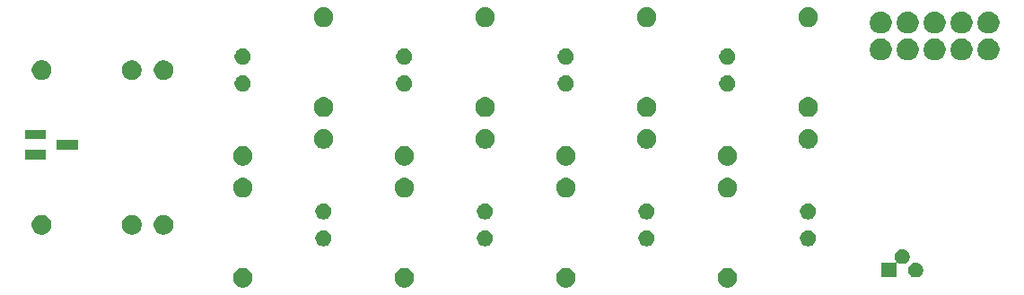
<source format=gts>
G04 #@! TF.GenerationSoftware,KiCad,Pcbnew,5.1.4-e60b266~84~ubuntu18.04.1*
G04 #@! TF.CreationDate,2019-10-20T18:50:50+01:00*
G04 #@! TF.ProjectId,triggerseq,74726967-6765-4727-9365-712e6b696361,rev?*
G04 #@! TF.SameCoordinates,Original*
G04 #@! TF.FileFunction,Soldermask,Top*
G04 #@! TF.FilePolarity,Negative*
%FSLAX46Y46*%
G04 Gerber Fmt 4.6, Leading zero omitted, Abs format (unit mm)*
G04 Created by KiCad (PCBNEW 5.1.4-e60b266~84~ubuntu18.04.1) date 2019-10-20 18:50:50*
%MOMM*%
%LPD*%
G04 APERTURE LIST*
%ADD10C,0.100000*%
G04 APERTURE END LIST*
D10*
G36*
X168939279Y-116410009D02*
G01*
X169009127Y-116438941D01*
X169107908Y-116479857D01*
X169107909Y-116479858D01*
X169259673Y-116581263D01*
X169388737Y-116710327D01*
X169388738Y-116710329D01*
X169490143Y-116862092D01*
X169559991Y-117030722D01*
X169595600Y-117209738D01*
X169595600Y-117392262D01*
X169559991Y-117571278D01*
X169490143Y-117739908D01*
X169490142Y-117739909D01*
X169388737Y-117891673D01*
X169259673Y-118020737D01*
X169183275Y-118071784D01*
X169107908Y-118122143D01*
X169009127Y-118163059D01*
X168939279Y-118191991D01*
X168760262Y-118227600D01*
X168577738Y-118227600D01*
X168398721Y-118191991D01*
X168328873Y-118163059D01*
X168230092Y-118122143D01*
X168154725Y-118071784D01*
X168078327Y-118020737D01*
X167949263Y-117891673D01*
X167847858Y-117739909D01*
X167847857Y-117739908D01*
X167778009Y-117571278D01*
X167742400Y-117392262D01*
X167742400Y-117209738D01*
X167778009Y-117030722D01*
X167847857Y-116862092D01*
X167949262Y-116710329D01*
X167949263Y-116710327D01*
X168078327Y-116581263D01*
X168230091Y-116479858D01*
X168230092Y-116479857D01*
X168328873Y-116438941D01*
X168398721Y-116410009D01*
X168577738Y-116374400D01*
X168760262Y-116374400D01*
X168939279Y-116410009D01*
X168939279Y-116410009D01*
G37*
G36*
X138459279Y-116410009D02*
G01*
X138529127Y-116438941D01*
X138627908Y-116479857D01*
X138627909Y-116479858D01*
X138779673Y-116581263D01*
X138908737Y-116710327D01*
X138908738Y-116710329D01*
X139010143Y-116862092D01*
X139079991Y-117030722D01*
X139115600Y-117209738D01*
X139115600Y-117392262D01*
X139079991Y-117571278D01*
X139010143Y-117739908D01*
X139010142Y-117739909D01*
X138908737Y-117891673D01*
X138779673Y-118020737D01*
X138703275Y-118071784D01*
X138627908Y-118122143D01*
X138529127Y-118163059D01*
X138459279Y-118191991D01*
X138280262Y-118227600D01*
X138097738Y-118227600D01*
X137918721Y-118191991D01*
X137848873Y-118163059D01*
X137750092Y-118122143D01*
X137674725Y-118071784D01*
X137598327Y-118020737D01*
X137469263Y-117891673D01*
X137367858Y-117739909D01*
X137367857Y-117739908D01*
X137298009Y-117571278D01*
X137262400Y-117392262D01*
X137262400Y-117209738D01*
X137298009Y-117030722D01*
X137367857Y-116862092D01*
X137469262Y-116710329D01*
X137469263Y-116710327D01*
X137598327Y-116581263D01*
X137750091Y-116479858D01*
X137750092Y-116479857D01*
X137848873Y-116438941D01*
X137918721Y-116410009D01*
X138097738Y-116374400D01*
X138280262Y-116374400D01*
X138459279Y-116410009D01*
X138459279Y-116410009D01*
G37*
G36*
X123219279Y-116410009D02*
G01*
X123289127Y-116438941D01*
X123387908Y-116479857D01*
X123387909Y-116479858D01*
X123539673Y-116581263D01*
X123668737Y-116710327D01*
X123668738Y-116710329D01*
X123770143Y-116862092D01*
X123839991Y-117030722D01*
X123875600Y-117209738D01*
X123875600Y-117392262D01*
X123839991Y-117571278D01*
X123770143Y-117739908D01*
X123770142Y-117739909D01*
X123668737Y-117891673D01*
X123539673Y-118020737D01*
X123463275Y-118071784D01*
X123387908Y-118122143D01*
X123289127Y-118163059D01*
X123219279Y-118191991D01*
X123040262Y-118227600D01*
X122857738Y-118227600D01*
X122678721Y-118191991D01*
X122608873Y-118163059D01*
X122510092Y-118122143D01*
X122434725Y-118071784D01*
X122358327Y-118020737D01*
X122229263Y-117891673D01*
X122127858Y-117739909D01*
X122127857Y-117739908D01*
X122058009Y-117571278D01*
X122022400Y-117392262D01*
X122022400Y-117209738D01*
X122058009Y-117030722D01*
X122127857Y-116862092D01*
X122229262Y-116710329D01*
X122229263Y-116710327D01*
X122358327Y-116581263D01*
X122510091Y-116479858D01*
X122510092Y-116479857D01*
X122608873Y-116438941D01*
X122678721Y-116410009D01*
X122857738Y-116374400D01*
X123040262Y-116374400D01*
X123219279Y-116410009D01*
X123219279Y-116410009D01*
G37*
G36*
X153699279Y-116410009D02*
G01*
X153769127Y-116438941D01*
X153867908Y-116479857D01*
X153867909Y-116479858D01*
X154019673Y-116581263D01*
X154148737Y-116710327D01*
X154148738Y-116710329D01*
X154250143Y-116862092D01*
X154319991Y-117030722D01*
X154355600Y-117209738D01*
X154355600Y-117392262D01*
X154319991Y-117571278D01*
X154250143Y-117739908D01*
X154250142Y-117739909D01*
X154148737Y-117891673D01*
X154019673Y-118020737D01*
X153943275Y-118071784D01*
X153867908Y-118122143D01*
X153769127Y-118163059D01*
X153699279Y-118191991D01*
X153520262Y-118227600D01*
X153337738Y-118227600D01*
X153158721Y-118191991D01*
X153088873Y-118163059D01*
X152990092Y-118122143D01*
X152914725Y-118071784D01*
X152838327Y-118020737D01*
X152709263Y-117891673D01*
X152607858Y-117739909D01*
X152607857Y-117739908D01*
X152538009Y-117571278D01*
X152502400Y-117392262D01*
X152502400Y-117209738D01*
X152538009Y-117030722D01*
X152607857Y-116862092D01*
X152709262Y-116710329D01*
X152709263Y-116710327D01*
X152838327Y-116581263D01*
X152990091Y-116479858D01*
X152990092Y-116479857D01*
X153088873Y-116438941D01*
X153158721Y-116410009D01*
X153337738Y-116374400D01*
X153520262Y-116374400D01*
X153699279Y-116410009D01*
X153699279Y-116410009D01*
G37*
G36*
X185370473Y-114641938D02*
G01*
X185498049Y-114694782D01*
X185612859Y-114771495D01*
X185710505Y-114869141D01*
X185787218Y-114983951D01*
X185840062Y-115111527D01*
X185867000Y-115246956D01*
X185867000Y-115385044D01*
X185840062Y-115520473D01*
X185787218Y-115648049D01*
X185710505Y-115762859D01*
X185612859Y-115860505D01*
X185498049Y-115937218D01*
X185370473Y-115990062D01*
X185235044Y-116017000D01*
X185096956Y-116017000D01*
X184961527Y-115990062D01*
X184833951Y-115937218D01*
X184791444Y-115908816D01*
X184769833Y-115897265D01*
X184746384Y-115890152D01*
X184721998Y-115887750D01*
X184697612Y-115890152D01*
X184674163Y-115897265D01*
X184652553Y-115908817D01*
X184633611Y-115924362D01*
X184618066Y-115943304D01*
X184606515Y-115964915D01*
X184599402Y-115988364D01*
X184597000Y-116012749D01*
X184597000Y-117287000D01*
X183195000Y-117287000D01*
X183195000Y-115885000D01*
X184469251Y-115885000D01*
X184493637Y-115882598D01*
X184517086Y-115875485D01*
X184538697Y-115863934D01*
X184557639Y-115848389D01*
X184573184Y-115829447D01*
X184584735Y-115807836D01*
X184591848Y-115784387D01*
X184594250Y-115760001D01*
X184591848Y-115735615D01*
X184584735Y-115712166D01*
X184573184Y-115690556D01*
X184544782Y-115648049D01*
X184491938Y-115520473D01*
X184465000Y-115385044D01*
X184465000Y-115246956D01*
X184491938Y-115111527D01*
X184544782Y-114983951D01*
X184621495Y-114869141D01*
X184719141Y-114771495D01*
X184833951Y-114694782D01*
X184961527Y-114641938D01*
X185096956Y-114615000D01*
X185235044Y-114615000D01*
X185370473Y-114641938D01*
X185370473Y-114641938D01*
G37*
G36*
X186640473Y-115911938D02*
G01*
X186768049Y-115964782D01*
X186882859Y-116041495D01*
X186980505Y-116139141D01*
X187057218Y-116253951D01*
X187110062Y-116381527D01*
X187137000Y-116516956D01*
X187137000Y-116655044D01*
X187110062Y-116790473D01*
X187057218Y-116918049D01*
X186980505Y-117032859D01*
X186882859Y-117130505D01*
X186768049Y-117207218D01*
X186640473Y-117260062D01*
X186505044Y-117287000D01*
X186366956Y-117287000D01*
X186231527Y-117260062D01*
X186103951Y-117207218D01*
X185989141Y-117130505D01*
X185891495Y-117032859D01*
X185814782Y-116918049D01*
X185761938Y-116790473D01*
X185735000Y-116655044D01*
X185735000Y-116516956D01*
X185761938Y-116381527D01*
X185814782Y-116253951D01*
X185891495Y-116139141D01*
X185989141Y-116041495D01*
X186103951Y-115964782D01*
X186231527Y-115911938D01*
X186366956Y-115885000D01*
X186505044Y-115885000D01*
X186640473Y-115911938D01*
X186640473Y-115911938D01*
G37*
G36*
X176462195Y-112828522D02*
G01*
X176511267Y-112838283D01*
X176649942Y-112895724D01*
X176774747Y-112979116D01*
X176880884Y-113085253D01*
X176964276Y-113210058D01*
X177021717Y-113348733D01*
X177051000Y-113495950D01*
X177051000Y-113646050D01*
X177021717Y-113793267D01*
X176964276Y-113931942D01*
X176880884Y-114056747D01*
X176774747Y-114162884D01*
X176649942Y-114246276D01*
X176511267Y-114303717D01*
X176462195Y-114313478D01*
X176364052Y-114333000D01*
X176213948Y-114333000D01*
X176115805Y-114313478D01*
X176066733Y-114303717D01*
X175928058Y-114246276D01*
X175803253Y-114162884D01*
X175697116Y-114056747D01*
X175613724Y-113931942D01*
X175556283Y-113793267D01*
X175527000Y-113646050D01*
X175527000Y-113495950D01*
X175556283Y-113348733D01*
X175613724Y-113210058D01*
X175697116Y-113085253D01*
X175803253Y-112979116D01*
X175928058Y-112895724D01*
X176066733Y-112838283D01*
X176115805Y-112828522D01*
X176213948Y-112809000D01*
X176364052Y-112809000D01*
X176462195Y-112828522D01*
X176462195Y-112828522D01*
G37*
G36*
X161222195Y-112828522D02*
G01*
X161271267Y-112838283D01*
X161409942Y-112895724D01*
X161534747Y-112979116D01*
X161640884Y-113085253D01*
X161724276Y-113210058D01*
X161781717Y-113348733D01*
X161811000Y-113495950D01*
X161811000Y-113646050D01*
X161781717Y-113793267D01*
X161724276Y-113931942D01*
X161640884Y-114056747D01*
X161534747Y-114162884D01*
X161409942Y-114246276D01*
X161271267Y-114303717D01*
X161222195Y-114313478D01*
X161124052Y-114333000D01*
X160973948Y-114333000D01*
X160875805Y-114313478D01*
X160826733Y-114303717D01*
X160688058Y-114246276D01*
X160563253Y-114162884D01*
X160457116Y-114056747D01*
X160373724Y-113931942D01*
X160316283Y-113793267D01*
X160287000Y-113646050D01*
X160287000Y-113495950D01*
X160316283Y-113348733D01*
X160373724Y-113210058D01*
X160457116Y-113085253D01*
X160563253Y-112979116D01*
X160688058Y-112895724D01*
X160826733Y-112838283D01*
X160875805Y-112828522D01*
X160973948Y-112809000D01*
X161124052Y-112809000D01*
X161222195Y-112828522D01*
X161222195Y-112828522D01*
G37*
G36*
X145982195Y-112828522D02*
G01*
X146031267Y-112838283D01*
X146169942Y-112895724D01*
X146294747Y-112979116D01*
X146400884Y-113085253D01*
X146484276Y-113210058D01*
X146541717Y-113348733D01*
X146571000Y-113495950D01*
X146571000Y-113646050D01*
X146541717Y-113793267D01*
X146484276Y-113931942D01*
X146400884Y-114056747D01*
X146294747Y-114162884D01*
X146169942Y-114246276D01*
X146031267Y-114303717D01*
X145982195Y-114313478D01*
X145884052Y-114333000D01*
X145733948Y-114333000D01*
X145635805Y-114313478D01*
X145586733Y-114303717D01*
X145448058Y-114246276D01*
X145323253Y-114162884D01*
X145217116Y-114056747D01*
X145133724Y-113931942D01*
X145076283Y-113793267D01*
X145047000Y-113646050D01*
X145047000Y-113495950D01*
X145076283Y-113348733D01*
X145133724Y-113210058D01*
X145217116Y-113085253D01*
X145323253Y-112979116D01*
X145448058Y-112895724D01*
X145586733Y-112838283D01*
X145635805Y-112828522D01*
X145733948Y-112809000D01*
X145884052Y-112809000D01*
X145982195Y-112828522D01*
X145982195Y-112828522D01*
G37*
G36*
X130742195Y-112828522D02*
G01*
X130791267Y-112838283D01*
X130929942Y-112895724D01*
X131054747Y-112979116D01*
X131160884Y-113085253D01*
X131244276Y-113210058D01*
X131301717Y-113348733D01*
X131331000Y-113495950D01*
X131331000Y-113646050D01*
X131301717Y-113793267D01*
X131244276Y-113931942D01*
X131160884Y-114056747D01*
X131054747Y-114162884D01*
X130929942Y-114246276D01*
X130791267Y-114303717D01*
X130742195Y-114313478D01*
X130644052Y-114333000D01*
X130493948Y-114333000D01*
X130395805Y-114313478D01*
X130346733Y-114303717D01*
X130208058Y-114246276D01*
X130083253Y-114162884D01*
X129977116Y-114056747D01*
X129893724Y-113931942D01*
X129836283Y-113793267D01*
X129807000Y-113646050D01*
X129807000Y-113495950D01*
X129836283Y-113348733D01*
X129893724Y-113210058D01*
X129977116Y-113085253D01*
X130083253Y-112979116D01*
X130208058Y-112895724D01*
X130346733Y-112838283D01*
X130395805Y-112828522D01*
X130493948Y-112809000D01*
X130644052Y-112809000D01*
X130742195Y-112828522D01*
X130742195Y-112828522D01*
G37*
G36*
X112749279Y-111410009D02*
G01*
X112819127Y-111438941D01*
X112917908Y-111479857D01*
X112917909Y-111479858D01*
X113069673Y-111581263D01*
X113198737Y-111710327D01*
X113198738Y-111710329D01*
X113300143Y-111862092D01*
X113369991Y-112030722D01*
X113405600Y-112209738D01*
X113405600Y-112392262D01*
X113369991Y-112571278D01*
X113300143Y-112739908D01*
X113300142Y-112739909D01*
X113198737Y-112891673D01*
X113069673Y-113020737D01*
X112993275Y-113071784D01*
X112917908Y-113122143D01*
X112819127Y-113163059D01*
X112749279Y-113191991D01*
X112570262Y-113227600D01*
X112387738Y-113227600D01*
X112208721Y-113191991D01*
X112138873Y-113163059D01*
X112040092Y-113122143D01*
X111964725Y-113071784D01*
X111888327Y-113020737D01*
X111759263Y-112891673D01*
X111657858Y-112739909D01*
X111657857Y-112739908D01*
X111588009Y-112571278D01*
X111552400Y-112392262D01*
X111552400Y-112209738D01*
X111588009Y-112030722D01*
X111657857Y-111862092D01*
X111759262Y-111710329D01*
X111759263Y-111710327D01*
X111888327Y-111581263D01*
X112040091Y-111479858D01*
X112040092Y-111479857D01*
X112138873Y-111438941D01*
X112208721Y-111410009D01*
X112387738Y-111374400D01*
X112570262Y-111374400D01*
X112749279Y-111410009D01*
X112749279Y-111410009D01*
G37*
G36*
X104249279Y-111410009D02*
G01*
X104319127Y-111438941D01*
X104417908Y-111479857D01*
X104417909Y-111479858D01*
X104569673Y-111581263D01*
X104698737Y-111710327D01*
X104698738Y-111710329D01*
X104800143Y-111862092D01*
X104869991Y-112030722D01*
X104905600Y-112209738D01*
X104905600Y-112392262D01*
X104869991Y-112571278D01*
X104800143Y-112739908D01*
X104800142Y-112739909D01*
X104698737Y-112891673D01*
X104569673Y-113020737D01*
X104493275Y-113071784D01*
X104417908Y-113122143D01*
X104319127Y-113163059D01*
X104249279Y-113191991D01*
X104070262Y-113227600D01*
X103887738Y-113227600D01*
X103708721Y-113191991D01*
X103638873Y-113163059D01*
X103540092Y-113122143D01*
X103464725Y-113071784D01*
X103388327Y-113020737D01*
X103259263Y-112891673D01*
X103157858Y-112739909D01*
X103157857Y-112739908D01*
X103088009Y-112571278D01*
X103052400Y-112392262D01*
X103052400Y-112209738D01*
X103088009Y-112030722D01*
X103157857Y-111862092D01*
X103259262Y-111710329D01*
X103259263Y-111710327D01*
X103388327Y-111581263D01*
X103540091Y-111479858D01*
X103540092Y-111479857D01*
X103638873Y-111438941D01*
X103708721Y-111410009D01*
X103887738Y-111374400D01*
X104070262Y-111374400D01*
X104249279Y-111410009D01*
X104249279Y-111410009D01*
G37*
G36*
X115749279Y-111410009D02*
G01*
X115819127Y-111438941D01*
X115917908Y-111479857D01*
X115917909Y-111479858D01*
X116069673Y-111581263D01*
X116198737Y-111710327D01*
X116198738Y-111710329D01*
X116300143Y-111862092D01*
X116369991Y-112030722D01*
X116405600Y-112209738D01*
X116405600Y-112392262D01*
X116369991Y-112571278D01*
X116300143Y-112739908D01*
X116300142Y-112739909D01*
X116198737Y-112891673D01*
X116069673Y-113020737D01*
X115993275Y-113071784D01*
X115917908Y-113122143D01*
X115819127Y-113163059D01*
X115749279Y-113191991D01*
X115570262Y-113227600D01*
X115387738Y-113227600D01*
X115208721Y-113191991D01*
X115138873Y-113163059D01*
X115040092Y-113122143D01*
X114964725Y-113071784D01*
X114888327Y-113020737D01*
X114759263Y-112891673D01*
X114657858Y-112739909D01*
X114657857Y-112739908D01*
X114588009Y-112571278D01*
X114552400Y-112392262D01*
X114552400Y-112209738D01*
X114588009Y-112030722D01*
X114657857Y-111862092D01*
X114759262Y-111710329D01*
X114759263Y-111710327D01*
X114888327Y-111581263D01*
X115040091Y-111479858D01*
X115040092Y-111479857D01*
X115138873Y-111438941D01*
X115208721Y-111410009D01*
X115387738Y-111374400D01*
X115570262Y-111374400D01*
X115749279Y-111410009D01*
X115749279Y-111410009D01*
G37*
G36*
X145982195Y-110288522D02*
G01*
X146031267Y-110298283D01*
X146169942Y-110355724D01*
X146294747Y-110439116D01*
X146400884Y-110545253D01*
X146484276Y-110670058D01*
X146541717Y-110808733D01*
X146571000Y-110955950D01*
X146571000Y-111106050D01*
X146541717Y-111253267D01*
X146484276Y-111391942D01*
X146400884Y-111516747D01*
X146294747Y-111622884D01*
X146169942Y-111706276D01*
X146031267Y-111763717D01*
X145982195Y-111773478D01*
X145884052Y-111793000D01*
X145733948Y-111793000D01*
X145635805Y-111773478D01*
X145586733Y-111763717D01*
X145448058Y-111706276D01*
X145323253Y-111622884D01*
X145217116Y-111516747D01*
X145133724Y-111391942D01*
X145076283Y-111253267D01*
X145047000Y-111106050D01*
X145047000Y-110955950D01*
X145076283Y-110808733D01*
X145133724Y-110670058D01*
X145217116Y-110545253D01*
X145323253Y-110439116D01*
X145448058Y-110355724D01*
X145586733Y-110298283D01*
X145635805Y-110288522D01*
X145733948Y-110269000D01*
X145884052Y-110269000D01*
X145982195Y-110288522D01*
X145982195Y-110288522D01*
G37*
G36*
X130742195Y-110288522D02*
G01*
X130791267Y-110298283D01*
X130929942Y-110355724D01*
X131054747Y-110439116D01*
X131160884Y-110545253D01*
X131244276Y-110670058D01*
X131301717Y-110808733D01*
X131331000Y-110955950D01*
X131331000Y-111106050D01*
X131301717Y-111253267D01*
X131244276Y-111391942D01*
X131160884Y-111516747D01*
X131054747Y-111622884D01*
X130929942Y-111706276D01*
X130791267Y-111763717D01*
X130742195Y-111773478D01*
X130644052Y-111793000D01*
X130493948Y-111793000D01*
X130395805Y-111773478D01*
X130346733Y-111763717D01*
X130208058Y-111706276D01*
X130083253Y-111622884D01*
X129977116Y-111516747D01*
X129893724Y-111391942D01*
X129836283Y-111253267D01*
X129807000Y-111106050D01*
X129807000Y-110955950D01*
X129836283Y-110808733D01*
X129893724Y-110670058D01*
X129977116Y-110545253D01*
X130083253Y-110439116D01*
X130208058Y-110355724D01*
X130346733Y-110298283D01*
X130395805Y-110288522D01*
X130493948Y-110269000D01*
X130644052Y-110269000D01*
X130742195Y-110288522D01*
X130742195Y-110288522D01*
G37*
G36*
X176462195Y-110288522D02*
G01*
X176511267Y-110298283D01*
X176649942Y-110355724D01*
X176774747Y-110439116D01*
X176880884Y-110545253D01*
X176964276Y-110670058D01*
X177021717Y-110808733D01*
X177051000Y-110955950D01*
X177051000Y-111106050D01*
X177021717Y-111253267D01*
X176964276Y-111391942D01*
X176880884Y-111516747D01*
X176774747Y-111622884D01*
X176649942Y-111706276D01*
X176511267Y-111763717D01*
X176462195Y-111773478D01*
X176364052Y-111793000D01*
X176213948Y-111793000D01*
X176115805Y-111773478D01*
X176066733Y-111763717D01*
X175928058Y-111706276D01*
X175803253Y-111622884D01*
X175697116Y-111516747D01*
X175613724Y-111391942D01*
X175556283Y-111253267D01*
X175527000Y-111106050D01*
X175527000Y-110955950D01*
X175556283Y-110808733D01*
X175613724Y-110670058D01*
X175697116Y-110545253D01*
X175803253Y-110439116D01*
X175928058Y-110355724D01*
X176066733Y-110298283D01*
X176115805Y-110288522D01*
X176213948Y-110269000D01*
X176364052Y-110269000D01*
X176462195Y-110288522D01*
X176462195Y-110288522D01*
G37*
G36*
X161222195Y-110288522D02*
G01*
X161271267Y-110298283D01*
X161409942Y-110355724D01*
X161534747Y-110439116D01*
X161640884Y-110545253D01*
X161724276Y-110670058D01*
X161781717Y-110808733D01*
X161811000Y-110955950D01*
X161811000Y-111106050D01*
X161781717Y-111253267D01*
X161724276Y-111391942D01*
X161640884Y-111516747D01*
X161534747Y-111622884D01*
X161409942Y-111706276D01*
X161271267Y-111763717D01*
X161222195Y-111773478D01*
X161124052Y-111793000D01*
X160973948Y-111793000D01*
X160875805Y-111773478D01*
X160826733Y-111763717D01*
X160688058Y-111706276D01*
X160563253Y-111622884D01*
X160457116Y-111516747D01*
X160373724Y-111391942D01*
X160316283Y-111253267D01*
X160287000Y-111106050D01*
X160287000Y-110955950D01*
X160316283Y-110808733D01*
X160373724Y-110670058D01*
X160457116Y-110545253D01*
X160563253Y-110439116D01*
X160688058Y-110355724D01*
X160826733Y-110298283D01*
X160875805Y-110288522D01*
X160973948Y-110269000D01*
X161124052Y-110269000D01*
X161222195Y-110288522D01*
X161222195Y-110288522D01*
G37*
G36*
X138459279Y-107910009D02*
G01*
X138529127Y-107938941D01*
X138627908Y-107979857D01*
X138627909Y-107979858D01*
X138779673Y-108081263D01*
X138908737Y-108210327D01*
X138908738Y-108210329D01*
X139010143Y-108362092D01*
X139079991Y-108530722D01*
X139115600Y-108709738D01*
X139115600Y-108892262D01*
X139079991Y-109071278D01*
X139010143Y-109239908D01*
X139010142Y-109239909D01*
X138908737Y-109391673D01*
X138779673Y-109520737D01*
X138703275Y-109571784D01*
X138627908Y-109622143D01*
X138529127Y-109663059D01*
X138459279Y-109691991D01*
X138280262Y-109727600D01*
X138097738Y-109727600D01*
X137918721Y-109691991D01*
X137848873Y-109663059D01*
X137750092Y-109622143D01*
X137674725Y-109571784D01*
X137598327Y-109520737D01*
X137469263Y-109391673D01*
X137367858Y-109239909D01*
X137367857Y-109239908D01*
X137298009Y-109071278D01*
X137262400Y-108892262D01*
X137262400Y-108709738D01*
X137298009Y-108530722D01*
X137367857Y-108362092D01*
X137469262Y-108210329D01*
X137469263Y-108210327D01*
X137598327Y-108081263D01*
X137750091Y-107979858D01*
X137750092Y-107979857D01*
X137848873Y-107938941D01*
X137918721Y-107910009D01*
X138097738Y-107874400D01*
X138280262Y-107874400D01*
X138459279Y-107910009D01*
X138459279Y-107910009D01*
G37*
G36*
X168939279Y-107910009D02*
G01*
X169009127Y-107938941D01*
X169107908Y-107979857D01*
X169107909Y-107979858D01*
X169259673Y-108081263D01*
X169388737Y-108210327D01*
X169388738Y-108210329D01*
X169490143Y-108362092D01*
X169559991Y-108530722D01*
X169595600Y-108709738D01*
X169595600Y-108892262D01*
X169559991Y-109071278D01*
X169490143Y-109239908D01*
X169490142Y-109239909D01*
X169388737Y-109391673D01*
X169259673Y-109520737D01*
X169183275Y-109571784D01*
X169107908Y-109622143D01*
X169009127Y-109663059D01*
X168939279Y-109691991D01*
X168760262Y-109727600D01*
X168577738Y-109727600D01*
X168398721Y-109691991D01*
X168328873Y-109663059D01*
X168230092Y-109622143D01*
X168154725Y-109571784D01*
X168078327Y-109520737D01*
X167949263Y-109391673D01*
X167847858Y-109239909D01*
X167847857Y-109239908D01*
X167778009Y-109071278D01*
X167742400Y-108892262D01*
X167742400Y-108709738D01*
X167778009Y-108530722D01*
X167847857Y-108362092D01*
X167949262Y-108210329D01*
X167949263Y-108210327D01*
X168078327Y-108081263D01*
X168230091Y-107979858D01*
X168230092Y-107979857D01*
X168328873Y-107938941D01*
X168398721Y-107910009D01*
X168577738Y-107874400D01*
X168760262Y-107874400D01*
X168939279Y-107910009D01*
X168939279Y-107910009D01*
G37*
G36*
X153699279Y-107910009D02*
G01*
X153769127Y-107938941D01*
X153867908Y-107979857D01*
X153867909Y-107979858D01*
X154019673Y-108081263D01*
X154148737Y-108210327D01*
X154148738Y-108210329D01*
X154250143Y-108362092D01*
X154319991Y-108530722D01*
X154355600Y-108709738D01*
X154355600Y-108892262D01*
X154319991Y-109071278D01*
X154250143Y-109239908D01*
X154250142Y-109239909D01*
X154148737Y-109391673D01*
X154019673Y-109520737D01*
X153943275Y-109571784D01*
X153867908Y-109622143D01*
X153769127Y-109663059D01*
X153699279Y-109691991D01*
X153520262Y-109727600D01*
X153337738Y-109727600D01*
X153158721Y-109691991D01*
X153088873Y-109663059D01*
X152990092Y-109622143D01*
X152914725Y-109571784D01*
X152838327Y-109520737D01*
X152709263Y-109391673D01*
X152607858Y-109239909D01*
X152607857Y-109239908D01*
X152538009Y-109071278D01*
X152502400Y-108892262D01*
X152502400Y-108709738D01*
X152538009Y-108530722D01*
X152607857Y-108362092D01*
X152709262Y-108210329D01*
X152709263Y-108210327D01*
X152838327Y-108081263D01*
X152990091Y-107979858D01*
X152990092Y-107979857D01*
X153088873Y-107938941D01*
X153158721Y-107910009D01*
X153337738Y-107874400D01*
X153520262Y-107874400D01*
X153699279Y-107910009D01*
X153699279Y-107910009D01*
G37*
G36*
X123219279Y-107910009D02*
G01*
X123289127Y-107938941D01*
X123387908Y-107979857D01*
X123387909Y-107979858D01*
X123539673Y-108081263D01*
X123668737Y-108210327D01*
X123668738Y-108210329D01*
X123770143Y-108362092D01*
X123839991Y-108530722D01*
X123875600Y-108709738D01*
X123875600Y-108892262D01*
X123839991Y-109071278D01*
X123770143Y-109239908D01*
X123770142Y-109239909D01*
X123668737Y-109391673D01*
X123539673Y-109520737D01*
X123463275Y-109571784D01*
X123387908Y-109622143D01*
X123289127Y-109663059D01*
X123219279Y-109691991D01*
X123040262Y-109727600D01*
X122857738Y-109727600D01*
X122678721Y-109691991D01*
X122608873Y-109663059D01*
X122510092Y-109622143D01*
X122434725Y-109571784D01*
X122358327Y-109520737D01*
X122229263Y-109391673D01*
X122127858Y-109239909D01*
X122127857Y-109239908D01*
X122058009Y-109071278D01*
X122022400Y-108892262D01*
X122022400Y-108709738D01*
X122058009Y-108530722D01*
X122127857Y-108362092D01*
X122229262Y-108210329D01*
X122229263Y-108210327D01*
X122358327Y-108081263D01*
X122510091Y-107979858D01*
X122510092Y-107979857D01*
X122608873Y-107938941D01*
X122678721Y-107910009D01*
X122857738Y-107874400D01*
X123040262Y-107874400D01*
X123219279Y-107910009D01*
X123219279Y-107910009D01*
G37*
G36*
X138459279Y-104910009D02*
G01*
X138473351Y-104915838D01*
X138627908Y-104979857D01*
X138627909Y-104979858D01*
X138779673Y-105081263D01*
X138908737Y-105210327D01*
X138908738Y-105210329D01*
X139010143Y-105362092D01*
X139079991Y-105530722D01*
X139115600Y-105709738D01*
X139115600Y-105892262D01*
X139079991Y-106071278D01*
X139010143Y-106239908D01*
X139010142Y-106239909D01*
X138908737Y-106391673D01*
X138779673Y-106520737D01*
X138703275Y-106571784D01*
X138627908Y-106622143D01*
X138529127Y-106663059D01*
X138459279Y-106691991D01*
X138280262Y-106727600D01*
X138097738Y-106727600D01*
X137918721Y-106691991D01*
X137848873Y-106663059D01*
X137750092Y-106622143D01*
X137674725Y-106571784D01*
X137598327Y-106520737D01*
X137469263Y-106391673D01*
X137367858Y-106239909D01*
X137367857Y-106239908D01*
X137298009Y-106071278D01*
X137262400Y-105892262D01*
X137262400Y-105709738D01*
X137298009Y-105530722D01*
X137367857Y-105362092D01*
X137469262Y-105210329D01*
X137469263Y-105210327D01*
X137598327Y-105081263D01*
X137750091Y-104979858D01*
X137750092Y-104979857D01*
X137904649Y-104915838D01*
X137918721Y-104910009D01*
X138097738Y-104874400D01*
X138280262Y-104874400D01*
X138459279Y-104910009D01*
X138459279Y-104910009D01*
G37*
G36*
X168939279Y-104910009D02*
G01*
X168953351Y-104915838D01*
X169107908Y-104979857D01*
X169107909Y-104979858D01*
X169259673Y-105081263D01*
X169388737Y-105210327D01*
X169388738Y-105210329D01*
X169490143Y-105362092D01*
X169559991Y-105530722D01*
X169595600Y-105709738D01*
X169595600Y-105892262D01*
X169559991Y-106071278D01*
X169490143Y-106239908D01*
X169490142Y-106239909D01*
X169388737Y-106391673D01*
X169259673Y-106520737D01*
X169183275Y-106571784D01*
X169107908Y-106622143D01*
X169009127Y-106663059D01*
X168939279Y-106691991D01*
X168760262Y-106727600D01*
X168577738Y-106727600D01*
X168398721Y-106691991D01*
X168328873Y-106663059D01*
X168230092Y-106622143D01*
X168154725Y-106571784D01*
X168078327Y-106520737D01*
X167949263Y-106391673D01*
X167847858Y-106239909D01*
X167847857Y-106239908D01*
X167778009Y-106071278D01*
X167742400Y-105892262D01*
X167742400Y-105709738D01*
X167778009Y-105530722D01*
X167847857Y-105362092D01*
X167949262Y-105210329D01*
X167949263Y-105210327D01*
X168078327Y-105081263D01*
X168230091Y-104979858D01*
X168230092Y-104979857D01*
X168384649Y-104915838D01*
X168398721Y-104910009D01*
X168577738Y-104874400D01*
X168760262Y-104874400D01*
X168939279Y-104910009D01*
X168939279Y-104910009D01*
G37*
G36*
X123219279Y-104910009D02*
G01*
X123233351Y-104915838D01*
X123387908Y-104979857D01*
X123387909Y-104979858D01*
X123539673Y-105081263D01*
X123668737Y-105210327D01*
X123668738Y-105210329D01*
X123770143Y-105362092D01*
X123839991Y-105530722D01*
X123875600Y-105709738D01*
X123875600Y-105892262D01*
X123839991Y-106071278D01*
X123770143Y-106239908D01*
X123770142Y-106239909D01*
X123668737Y-106391673D01*
X123539673Y-106520737D01*
X123463275Y-106571784D01*
X123387908Y-106622143D01*
X123289127Y-106663059D01*
X123219279Y-106691991D01*
X123040262Y-106727600D01*
X122857738Y-106727600D01*
X122678721Y-106691991D01*
X122608873Y-106663059D01*
X122510092Y-106622143D01*
X122434725Y-106571784D01*
X122358327Y-106520737D01*
X122229263Y-106391673D01*
X122127858Y-106239909D01*
X122127857Y-106239908D01*
X122058009Y-106071278D01*
X122022400Y-105892262D01*
X122022400Y-105709738D01*
X122058009Y-105530722D01*
X122127857Y-105362092D01*
X122229262Y-105210329D01*
X122229263Y-105210327D01*
X122358327Y-105081263D01*
X122510091Y-104979858D01*
X122510092Y-104979857D01*
X122664649Y-104915838D01*
X122678721Y-104910009D01*
X122857738Y-104874400D01*
X123040262Y-104874400D01*
X123219279Y-104910009D01*
X123219279Y-104910009D01*
G37*
G36*
X153699279Y-104910009D02*
G01*
X153713351Y-104915838D01*
X153867908Y-104979857D01*
X153867909Y-104979858D01*
X154019673Y-105081263D01*
X154148737Y-105210327D01*
X154148738Y-105210329D01*
X154250143Y-105362092D01*
X154319991Y-105530722D01*
X154355600Y-105709738D01*
X154355600Y-105892262D01*
X154319991Y-106071278D01*
X154250143Y-106239908D01*
X154250142Y-106239909D01*
X154148737Y-106391673D01*
X154019673Y-106520737D01*
X153943275Y-106571784D01*
X153867908Y-106622143D01*
X153769127Y-106663059D01*
X153699279Y-106691991D01*
X153520262Y-106727600D01*
X153337738Y-106727600D01*
X153158721Y-106691991D01*
X153088873Y-106663059D01*
X152990092Y-106622143D01*
X152914725Y-106571784D01*
X152838327Y-106520737D01*
X152709263Y-106391673D01*
X152607858Y-106239909D01*
X152607857Y-106239908D01*
X152538009Y-106071278D01*
X152502400Y-105892262D01*
X152502400Y-105709738D01*
X152538009Y-105530722D01*
X152607857Y-105362092D01*
X152709262Y-105210329D01*
X152709263Y-105210327D01*
X152838327Y-105081263D01*
X152990091Y-104979858D01*
X152990092Y-104979857D01*
X153144649Y-104915838D01*
X153158721Y-104910009D01*
X153337738Y-104874400D01*
X153520262Y-104874400D01*
X153699279Y-104910009D01*
X153699279Y-104910009D01*
G37*
G36*
X104401000Y-106151000D02*
G01*
X102399000Y-106151000D01*
X102399000Y-105249000D01*
X104401000Y-105249000D01*
X104401000Y-106151000D01*
X104401000Y-106151000D01*
G37*
G36*
X107401000Y-105201000D02*
G01*
X105399000Y-105201000D01*
X105399000Y-104299000D01*
X107401000Y-104299000D01*
X107401000Y-105201000D01*
X107401000Y-105201000D01*
G37*
G36*
X161319279Y-103305109D02*
G01*
X161389127Y-103334041D01*
X161487908Y-103374957D01*
X161487909Y-103374958D01*
X161639673Y-103476363D01*
X161768737Y-103605427D01*
X161768738Y-103605429D01*
X161870143Y-103757192D01*
X161939991Y-103925822D01*
X161975600Y-104104838D01*
X161975600Y-104287362D01*
X161939991Y-104466378D01*
X161870143Y-104635008D01*
X161870142Y-104635009D01*
X161768737Y-104786773D01*
X161639673Y-104915837D01*
X161563275Y-104966884D01*
X161487908Y-105017243D01*
X161389127Y-105058159D01*
X161319279Y-105087091D01*
X161140262Y-105122700D01*
X160957738Y-105122700D01*
X160778721Y-105087091D01*
X160708873Y-105058159D01*
X160610092Y-105017243D01*
X160534725Y-104966884D01*
X160458327Y-104915837D01*
X160329263Y-104786773D01*
X160227858Y-104635009D01*
X160227857Y-104635008D01*
X160158009Y-104466378D01*
X160122400Y-104287362D01*
X160122400Y-104104838D01*
X160158009Y-103925822D01*
X160227857Y-103757192D01*
X160329262Y-103605429D01*
X160329263Y-103605427D01*
X160458327Y-103476363D01*
X160610091Y-103374958D01*
X160610092Y-103374957D01*
X160708873Y-103334041D01*
X160778721Y-103305109D01*
X160957738Y-103269500D01*
X161140262Y-103269500D01*
X161319279Y-103305109D01*
X161319279Y-103305109D01*
G37*
G36*
X130839279Y-103305109D02*
G01*
X130909127Y-103334041D01*
X131007908Y-103374957D01*
X131007909Y-103374958D01*
X131159673Y-103476363D01*
X131288737Y-103605427D01*
X131288738Y-103605429D01*
X131390143Y-103757192D01*
X131459991Y-103925822D01*
X131495600Y-104104838D01*
X131495600Y-104287362D01*
X131459991Y-104466378D01*
X131390143Y-104635008D01*
X131390142Y-104635009D01*
X131288737Y-104786773D01*
X131159673Y-104915837D01*
X131083275Y-104966884D01*
X131007908Y-105017243D01*
X130909127Y-105058159D01*
X130839279Y-105087091D01*
X130660262Y-105122700D01*
X130477738Y-105122700D01*
X130298721Y-105087091D01*
X130228873Y-105058159D01*
X130130092Y-105017243D01*
X130054725Y-104966884D01*
X129978327Y-104915837D01*
X129849263Y-104786773D01*
X129747858Y-104635009D01*
X129747857Y-104635008D01*
X129678009Y-104466378D01*
X129642400Y-104287362D01*
X129642400Y-104104838D01*
X129678009Y-103925822D01*
X129747857Y-103757192D01*
X129849262Y-103605429D01*
X129849263Y-103605427D01*
X129978327Y-103476363D01*
X130130091Y-103374958D01*
X130130092Y-103374957D01*
X130228873Y-103334041D01*
X130298721Y-103305109D01*
X130477738Y-103269500D01*
X130660262Y-103269500D01*
X130839279Y-103305109D01*
X130839279Y-103305109D01*
G37*
G36*
X146079279Y-103305109D02*
G01*
X146149127Y-103334041D01*
X146247908Y-103374957D01*
X146247909Y-103374958D01*
X146399673Y-103476363D01*
X146528737Y-103605427D01*
X146528738Y-103605429D01*
X146630143Y-103757192D01*
X146699991Y-103925822D01*
X146735600Y-104104838D01*
X146735600Y-104287362D01*
X146699991Y-104466378D01*
X146630143Y-104635008D01*
X146630142Y-104635009D01*
X146528737Y-104786773D01*
X146399673Y-104915837D01*
X146323275Y-104966884D01*
X146247908Y-105017243D01*
X146149127Y-105058159D01*
X146079279Y-105087091D01*
X145900262Y-105122700D01*
X145717738Y-105122700D01*
X145538721Y-105087091D01*
X145468873Y-105058159D01*
X145370092Y-105017243D01*
X145294725Y-104966884D01*
X145218327Y-104915837D01*
X145089263Y-104786773D01*
X144987858Y-104635009D01*
X144987857Y-104635008D01*
X144918009Y-104466378D01*
X144882400Y-104287362D01*
X144882400Y-104104838D01*
X144918009Y-103925822D01*
X144987857Y-103757192D01*
X145089262Y-103605429D01*
X145089263Y-103605427D01*
X145218327Y-103476363D01*
X145370091Y-103374958D01*
X145370092Y-103374957D01*
X145468873Y-103334041D01*
X145538721Y-103305109D01*
X145717738Y-103269500D01*
X145900262Y-103269500D01*
X146079279Y-103305109D01*
X146079279Y-103305109D01*
G37*
G36*
X176559279Y-103305109D02*
G01*
X176629127Y-103334041D01*
X176727908Y-103374957D01*
X176727909Y-103374958D01*
X176879673Y-103476363D01*
X177008737Y-103605427D01*
X177008738Y-103605429D01*
X177110143Y-103757192D01*
X177179991Y-103925822D01*
X177215600Y-104104838D01*
X177215600Y-104287362D01*
X177179991Y-104466378D01*
X177110143Y-104635008D01*
X177110142Y-104635009D01*
X177008737Y-104786773D01*
X176879673Y-104915837D01*
X176803275Y-104966884D01*
X176727908Y-105017243D01*
X176629127Y-105058159D01*
X176559279Y-105087091D01*
X176380262Y-105122700D01*
X176197738Y-105122700D01*
X176018721Y-105087091D01*
X175948873Y-105058159D01*
X175850092Y-105017243D01*
X175774725Y-104966884D01*
X175698327Y-104915837D01*
X175569263Y-104786773D01*
X175467858Y-104635009D01*
X175467857Y-104635008D01*
X175398009Y-104466378D01*
X175362400Y-104287362D01*
X175362400Y-104104838D01*
X175398009Y-103925822D01*
X175467857Y-103757192D01*
X175569262Y-103605429D01*
X175569263Y-103605427D01*
X175698327Y-103476363D01*
X175850091Y-103374958D01*
X175850092Y-103374957D01*
X175948873Y-103334041D01*
X176018721Y-103305109D01*
X176197738Y-103269500D01*
X176380262Y-103269500D01*
X176559279Y-103305109D01*
X176559279Y-103305109D01*
G37*
G36*
X104401000Y-104251000D02*
G01*
X102399000Y-104251000D01*
X102399000Y-103349000D01*
X104401000Y-103349000D01*
X104401000Y-104251000D01*
X104401000Y-104251000D01*
G37*
G36*
X130839279Y-100305109D02*
G01*
X130909127Y-100334041D01*
X131007908Y-100374957D01*
X131007909Y-100374958D01*
X131159673Y-100476363D01*
X131288737Y-100605427D01*
X131288738Y-100605429D01*
X131390143Y-100757192D01*
X131459991Y-100925822D01*
X131495600Y-101104838D01*
X131495600Y-101287362D01*
X131459991Y-101466378D01*
X131390143Y-101635008D01*
X131390142Y-101635009D01*
X131288737Y-101786773D01*
X131159673Y-101915837D01*
X131083275Y-101966884D01*
X131007908Y-102017243D01*
X130909127Y-102058159D01*
X130839279Y-102087091D01*
X130660262Y-102122700D01*
X130477738Y-102122700D01*
X130298721Y-102087091D01*
X130228873Y-102058159D01*
X130130092Y-102017243D01*
X130054725Y-101966884D01*
X129978327Y-101915837D01*
X129849263Y-101786773D01*
X129747858Y-101635009D01*
X129747857Y-101635008D01*
X129678009Y-101466378D01*
X129642400Y-101287362D01*
X129642400Y-101104838D01*
X129678009Y-100925822D01*
X129747857Y-100757192D01*
X129849262Y-100605429D01*
X129849263Y-100605427D01*
X129978327Y-100476363D01*
X130130091Y-100374958D01*
X130130092Y-100374957D01*
X130228873Y-100334041D01*
X130298721Y-100305109D01*
X130477738Y-100269500D01*
X130660262Y-100269500D01*
X130839279Y-100305109D01*
X130839279Y-100305109D01*
G37*
G36*
X146079279Y-100305109D02*
G01*
X146149127Y-100334041D01*
X146247908Y-100374957D01*
X146247909Y-100374958D01*
X146399673Y-100476363D01*
X146528737Y-100605427D01*
X146528738Y-100605429D01*
X146630143Y-100757192D01*
X146699991Y-100925822D01*
X146735600Y-101104838D01*
X146735600Y-101287362D01*
X146699991Y-101466378D01*
X146630143Y-101635008D01*
X146630142Y-101635009D01*
X146528737Y-101786773D01*
X146399673Y-101915837D01*
X146323275Y-101966884D01*
X146247908Y-102017243D01*
X146149127Y-102058159D01*
X146079279Y-102087091D01*
X145900262Y-102122700D01*
X145717738Y-102122700D01*
X145538721Y-102087091D01*
X145468873Y-102058159D01*
X145370092Y-102017243D01*
X145294725Y-101966884D01*
X145218327Y-101915837D01*
X145089263Y-101786773D01*
X144987858Y-101635009D01*
X144987857Y-101635008D01*
X144918009Y-101466378D01*
X144882400Y-101287362D01*
X144882400Y-101104838D01*
X144918009Y-100925822D01*
X144987857Y-100757192D01*
X145089262Y-100605429D01*
X145089263Y-100605427D01*
X145218327Y-100476363D01*
X145370091Y-100374958D01*
X145370092Y-100374957D01*
X145468873Y-100334041D01*
X145538721Y-100305109D01*
X145717738Y-100269500D01*
X145900262Y-100269500D01*
X146079279Y-100305109D01*
X146079279Y-100305109D01*
G37*
G36*
X161319279Y-100305109D02*
G01*
X161389127Y-100334041D01*
X161487908Y-100374957D01*
X161487909Y-100374958D01*
X161639673Y-100476363D01*
X161768737Y-100605427D01*
X161768738Y-100605429D01*
X161870143Y-100757192D01*
X161939991Y-100925822D01*
X161975600Y-101104838D01*
X161975600Y-101287362D01*
X161939991Y-101466378D01*
X161870143Y-101635008D01*
X161870142Y-101635009D01*
X161768737Y-101786773D01*
X161639673Y-101915837D01*
X161563275Y-101966884D01*
X161487908Y-102017243D01*
X161389127Y-102058159D01*
X161319279Y-102087091D01*
X161140262Y-102122700D01*
X160957738Y-102122700D01*
X160778721Y-102087091D01*
X160708873Y-102058159D01*
X160610092Y-102017243D01*
X160534725Y-101966884D01*
X160458327Y-101915837D01*
X160329263Y-101786773D01*
X160227858Y-101635009D01*
X160227857Y-101635008D01*
X160158009Y-101466378D01*
X160122400Y-101287362D01*
X160122400Y-101104838D01*
X160158009Y-100925822D01*
X160227857Y-100757192D01*
X160329262Y-100605429D01*
X160329263Y-100605427D01*
X160458327Y-100476363D01*
X160610091Y-100374958D01*
X160610092Y-100374957D01*
X160708873Y-100334041D01*
X160778721Y-100305109D01*
X160957738Y-100269500D01*
X161140262Y-100269500D01*
X161319279Y-100305109D01*
X161319279Y-100305109D01*
G37*
G36*
X176559279Y-100305109D02*
G01*
X176629127Y-100334041D01*
X176727908Y-100374957D01*
X176727909Y-100374958D01*
X176879673Y-100476363D01*
X177008737Y-100605427D01*
X177008738Y-100605429D01*
X177110143Y-100757192D01*
X177179991Y-100925822D01*
X177215600Y-101104838D01*
X177215600Y-101287362D01*
X177179991Y-101466378D01*
X177110143Y-101635008D01*
X177110142Y-101635009D01*
X177008737Y-101786773D01*
X176879673Y-101915837D01*
X176803275Y-101966884D01*
X176727908Y-102017243D01*
X176629127Y-102058159D01*
X176559279Y-102087091D01*
X176380262Y-102122700D01*
X176197738Y-102122700D01*
X176018721Y-102087091D01*
X175948873Y-102058159D01*
X175850092Y-102017243D01*
X175774725Y-101966884D01*
X175698327Y-101915837D01*
X175569263Y-101786773D01*
X175467858Y-101635009D01*
X175467857Y-101635008D01*
X175398009Y-101466378D01*
X175362400Y-101287362D01*
X175362400Y-101104838D01*
X175398009Y-100925822D01*
X175467857Y-100757192D01*
X175569262Y-100605429D01*
X175569263Y-100605427D01*
X175698327Y-100476363D01*
X175850091Y-100374958D01*
X175850092Y-100374957D01*
X175948873Y-100334041D01*
X176018721Y-100305109D01*
X176197738Y-100269500D01*
X176380262Y-100269500D01*
X176559279Y-100305109D01*
X176559279Y-100305109D01*
G37*
G36*
X138362195Y-98223622D02*
G01*
X138411267Y-98233383D01*
X138549942Y-98290824D01*
X138674747Y-98374216D01*
X138780884Y-98480353D01*
X138864276Y-98605158D01*
X138921717Y-98743833D01*
X138951000Y-98891050D01*
X138951000Y-99041150D01*
X138921717Y-99188367D01*
X138864276Y-99327042D01*
X138780884Y-99451847D01*
X138674747Y-99557984D01*
X138549942Y-99641376D01*
X138411267Y-99698817D01*
X138362195Y-99708578D01*
X138264052Y-99728100D01*
X138113948Y-99728100D01*
X138015805Y-99708578D01*
X137966733Y-99698817D01*
X137828058Y-99641376D01*
X137703253Y-99557984D01*
X137597116Y-99451847D01*
X137513724Y-99327042D01*
X137456283Y-99188367D01*
X137427000Y-99041150D01*
X137427000Y-98891050D01*
X137456283Y-98743833D01*
X137513724Y-98605158D01*
X137597116Y-98480353D01*
X137703253Y-98374216D01*
X137828058Y-98290824D01*
X137966733Y-98233383D01*
X138015805Y-98223622D01*
X138113948Y-98204100D01*
X138264052Y-98204100D01*
X138362195Y-98223622D01*
X138362195Y-98223622D01*
G37*
G36*
X123122195Y-98223622D02*
G01*
X123171267Y-98233383D01*
X123309942Y-98290824D01*
X123434747Y-98374216D01*
X123540884Y-98480353D01*
X123624276Y-98605158D01*
X123681717Y-98743833D01*
X123711000Y-98891050D01*
X123711000Y-99041150D01*
X123681717Y-99188367D01*
X123624276Y-99327042D01*
X123540884Y-99451847D01*
X123434747Y-99557984D01*
X123309942Y-99641376D01*
X123171267Y-99698817D01*
X123122195Y-99708578D01*
X123024052Y-99728100D01*
X122873948Y-99728100D01*
X122775805Y-99708578D01*
X122726733Y-99698817D01*
X122588058Y-99641376D01*
X122463253Y-99557984D01*
X122357116Y-99451847D01*
X122273724Y-99327042D01*
X122216283Y-99188367D01*
X122187000Y-99041150D01*
X122187000Y-98891050D01*
X122216283Y-98743833D01*
X122273724Y-98605158D01*
X122357116Y-98480353D01*
X122463253Y-98374216D01*
X122588058Y-98290824D01*
X122726733Y-98233383D01*
X122775805Y-98223622D01*
X122873948Y-98204100D01*
X123024052Y-98204100D01*
X123122195Y-98223622D01*
X123122195Y-98223622D01*
G37*
G36*
X153602195Y-98223622D02*
G01*
X153651267Y-98233383D01*
X153789942Y-98290824D01*
X153914747Y-98374216D01*
X154020884Y-98480353D01*
X154104276Y-98605158D01*
X154161717Y-98743833D01*
X154191000Y-98891050D01*
X154191000Y-99041150D01*
X154161717Y-99188367D01*
X154104276Y-99327042D01*
X154020884Y-99451847D01*
X153914747Y-99557984D01*
X153789942Y-99641376D01*
X153651267Y-99698817D01*
X153602195Y-99708578D01*
X153504052Y-99728100D01*
X153353948Y-99728100D01*
X153255805Y-99708578D01*
X153206733Y-99698817D01*
X153068058Y-99641376D01*
X152943253Y-99557984D01*
X152837116Y-99451847D01*
X152753724Y-99327042D01*
X152696283Y-99188367D01*
X152667000Y-99041150D01*
X152667000Y-98891050D01*
X152696283Y-98743833D01*
X152753724Y-98605158D01*
X152837116Y-98480353D01*
X152943253Y-98374216D01*
X153068058Y-98290824D01*
X153206733Y-98233383D01*
X153255805Y-98223622D01*
X153353948Y-98204100D01*
X153504052Y-98204100D01*
X153602195Y-98223622D01*
X153602195Y-98223622D01*
G37*
G36*
X168842195Y-98223622D02*
G01*
X168891267Y-98233383D01*
X169029942Y-98290824D01*
X169154747Y-98374216D01*
X169260884Y-98480353D01*
X169344276Y-98605158D01*
X169401717Y-98743833D01*
X169431000Y-98891050D01*
X169431000Y-99041150D01*
X169401717Y-99188367D01*
X169344276Y-99327042D01*
X169260884Y-99451847D01*
X169154747Y-99557984D01*
X169029942Y-99641376D01*
X168891267Y-99698817D01*
X168842195Y-99708578D01*
X168744052Y-99728100D01*
X168593948Y-99728100D01*
X168495805Y-99708578D01*
X168446733Y-99698817D01*
X168308058Y-99641376D01*
X168183253Y-99557984D01*
X168077116Y-99451847D01*
X167993724Y-99327042D01*
X167936283Y-99188367D01*
X167907000Y-99041150D01*
X167907000Y-98891050D01*
X167936283Y-98743833D01*
X167993724Y-98605158D01*
X168077116Y-98480353D01*
X168183253Y-98374216D01*
X168308058Y-98290824D01*
X168446733Y-98233383D01*
X168495805Y-98223622D01*
X168593948Y-98204100D01*
X168744052Y-98204100D01*
X168842195Y-98223622D01*
X168842195Y-98223622D01*
G37*
G36*
X115749279Y-96805109D02*
G01*
X115819127Y-96834041D01*
X115917908Y-96874957D01*
X115917909Y-96874958D01*
X116069673Y-96976363D01*
X116198737Y-97105427D01*
X116198738Y-97105429D01*
X116300143Y-97257192D01*
X116369991Y-97425822D01*
X116405600Y-97604838D01*
X116405600Y-97787362D01*
X116369991Y-97966378D01*
X116300143Y-98135008D01*
X116300142Y-98135009D01*
X116198737Y-98286773D01*
X116069673Y-98415837D01*
X115993275Y-98466884D01*
X115917908Y-98517243D01*
X115819127Y-98558159D01*
X115749279Y-98587091D01*
X115570262Y-98622700D01*
X115387738Y-98622700D01*
X115208721Y-98587091D01*
X115138873Y-98558159D01*
X115040092Y-98517243D01*
X114964725Y-98466884D01*
X114888327Y-98415837D01*
X114759263Y-98286773D01*
X114657858Y-98135009D01*
X114657857Y-98135008D01*
X114588009Y-97966378D01*
X114552400Y-97787362D01*
X114552400Y-97604838D01*
X114588009Y-97425822D01*
X114657857Y-97257192D01*
X114759262Y-97105429D01*
X114759263Y-97105427D01*
X114888327Y-96976363D01*
X115040091Y-96874958D01*
X115040092Y-96874957D01*
X115138873Y-96834041D01*
X115208721Y-96805109D01*
X115387738Y-96769500D01*
X115570262Y-96769500D01*
X115749279Y-96805109D01*
X115749279Y-96805109D01*
G37*
G36*
X112749279Y-96805109D02*
G01*
X112819127Y-96834041D01*
X112917908Y-96874957D01*
X112917909Y-96874958D01*
X113069673Y-96976363D01*
X113198737Y-97105427D01*
X113198738Y-97105429D01*
X113300143Y-97257192D01*
X113369991Y-97425822D01*
X113405600Y-97604838D01*
X113405600Y-97787362D01*
X113369991Y-97966378D01*
X113300143Y-98135008D01*
X113300142Y-98135009D01*
X113198737Y-98286773D01*
X113069673Y-98415837D01*
X112993275Y-98466884D01*
X112917908Y-98517243D01*
X112819127Y-98558159D01*
X112749279Y-98587091D01*
X112570262Y-98622700D01*
X112387738Y-98622700D01*
X112208721Y-98587091D01*
X112138873Y-98558159D01*
X112040092Y-98517243D01*
X111964725Y-98466884D01*
X111888327Y-98415837D01*
X111759263Y-98286773D01*
X111657858Y-98135009D01*
X111657857Y-98135008D01*
X111588009Y-97966378D01*
X111552400Y-97787362D01*
X111552400Y-97604838D01*
X111588009Y-97425822D01*
X111657857Y-97257192D01*
X111759262Y-97105429D01*
X111759263Y-97105427D01*
X111888327Y-96976363D01*
X112040091Y-96874958D01*
X112040092Y-96874957D01*
X112138873Y-96834041D01*
X112208721Y-96805109D01*
X112387738Y-96769500D01*
X112570262Y-96769500D01*
X112749279Y-96805109D01*
X112749279Y-96805109D01*
G37*
G36*
X104249279Y-96805109D02*
G01*
X104319127Y-96834041D01*
X104417908Y-96874957D01*
X104417909Y-96874958D01*
X104569673Y-96976363D01*
X104698737Y-97105427D01*
X104698738Y-97105429D01*
X104800143Y-97257192D01*
X104869991Y-97425822D01*
X104905600Y-97604838D01*
X104905600Y-97787362D01*
X104869991Y-97966378D01*
X104800143Y-98135008D01*
X104800142Y-98135009D01*
X104698737Y-98286773D01*
X104569673Y-98415837D01*
X104493275Y-98466884D01*
X104417908Y-98517243D01*
X104319127Y-98558159D01*
X104249279Y-98587091D01*
X104070262Y-98622700D01*
X103887738Y-98622700D01*
X103708721Y-98587091D01*
X103638873Y-98558159D01*
X103540092Y-98517243D01*
X103464725Y-98466884D01*
X103388327Y-98415837D01*
X103259263Y-98286773D01*
X103157858Y-98135009D01*
X103157857Y-98135008D01*
X103088009Y-97966378D01*
X103052400Y-97787362D01*
X103052400Y-97604838D01*
X103088009Y-97425822D01*
X103157857Y-97257192D01*
X103259262Y-97105429D01*
X103259263Y-97105427D01*
X103388327Y-96976363D01*
X103540091Y-96874958D01*
X103540092Y-96874957D01*
X103638873Y-96834041D01*
X103708721Y-96805109D01*
X103887738Y-96769500D01*
X104070262Y-96769500D01*
X104249279Y-96805109D01*
X104249279Y-96805109D01*
G37*
G36*
X123122195Y-95683622D02*
G01*
X123171267Y-95693383D01*
X123309942Y-95750824D01*
X123434747Y-95834216D01*
X123540884Y-95940353D01*
X123624276Y-96065158D01*
X123681717Y-96203833D01*
X123711000Y-96351050D01*
X123711000Y-96501150D01*
X123681717Y-96648367D01*
X123624276Y-96787042D01*
X123540884Y-96911847D01*
X123434747Y-97017984D01*
X123309942Y-97101376D01*
X123171267Y-97158817D01*
X123122195Y-97168578D01*
X123024052Y-97188100D01*
X122873948Y-97188100D01*
X122775805Y-97168578D01*
X122726733Y-97158817D01*
X122588058Y-97101376D01*
X122463253Y-97017984D01*
X122357116Y-96911847D01*
X122273724Y-96787042D01*
X122216283Y-96648367D01*
X122187000Y-96501150D01*
X122187000Y-96351050D01*
X122216283Y-96203833D01*
X122273724Y-96065158D01*
X122357116Y-95940353D01*
X122463253Y-95834216D01*
X122588058Y-95750824D01*
X122726733Y-95693383D01*
X122775805Y-95683622D01*
X122873948Y-95664100D01*
X123024052Y-95664100D01*
X123122195Y-95683622D01*
X123122195Y-95683622D01*
G37*
G36*
X138362195Y-95683622D02*
G01*
X138411267Y-95693383D01*
X138549942Y-95750824D01*
X138674747Y-95834216D01*
X138780884Y-95940353D01*
X138864276Y-96065158D01*
X138921717Y-96203833D01*
X138951000Y-96351050D01*
X138951000Y-96501150D01*
X138921717Y-96648367D01*
X138864276Y-96787042D01*
X138780884Y-96911847D01*
X138674747Y-97017984D01*
X138549942Y-97101376D01*
X138411267Y-97158817D01*
X138362195Y-97168578D01*
X138264052Y-97188100D01*
X138113948Y-97188100D01*
X138015805Y-97168578D01*
X137966733Y-97158817D01*
X137828058Y-97101376D01*
X137703253Y-97017984D01*
X137597116Y-96911847D01*
X137513724Y-96787042D01*
X137456283Y-96648367D01*
X137427000Y-96501150D01*
X137427000Y-96351050D01*
X137456283Y-96203833D01*
X137513724Y-96065158D01*
X137597116Y-95940353D01*
X137703253Y-95834216D01*
X137828058Y-95750824D01*
X137966733Y-95693383D01*
X138015805Y-95683622D01*
X138113948Y-95664100D01*
X138264052Y-95664100D01*
X138362195Y-95683622D01*
X138362195Y-95683622D01*
G37*
G36*
X168842195Y-95683622D02*
G01*
X168891267Y-95693383D01*
X169029942Y-95750824D01*
X169154747Y-95834216D01*
X169260884Y-95940353D01*
X169344276Y-96065158D01*
X169401717Y-96203833D01*
X169431000Y-96351050D01*
X169431000Y-96501150D01*
X169401717Y-96648367D01*
X169344276Y-96787042D01*
X169260884Y-96911847D01*
X169154747Y-97017984D01*
X169029942Y-97101376D01*
X168891267Y-97158817D01*
X168842195Y-97168578D01*
X168744052Y-97188100D01*
X168593948Y-97188100D01*
X168495805Y-97168578D01*
X168446733Y-97158817D01*
X168308058Y-97101376D01*
X168183253Y-97017984D01*
X168077116Y-96911847D01*
X167993724Y-96787042D01*
X167936283Y-96648367D01*
X167907000Y-96501150D01*
X167907000Y-96351050D01*
X167936283Y-96203833D01*
X167993724Y-96065158D01*
X168077116Y-95940353D01*
X168183253Y-95834216D01*
X168308058Y-95750824D01*
X168446733Y-95693383D01*
X168495805Y-95683622D01*
X168593948Y-95664100D01*
X168744052Y-95664100D01*
X168842195Y-95683622D01*
X168842195Y-95683622D01*
G37*
G36*
X153602195Y-95683622D02*
G01*
X153651267Y-95693383D01*
X153789942Y-95750824D01*
X153914747Y-95834216D01*
X154020884Y-95940353D01*
X154104276Y-96065158D01*
X154161717Y-96203833D01*
X154191000Y-96351050D01*
X154191000Y-96501150D01*
X154161717Y-96648367D01*
X154104276Y-96787042D01*
X154020884Y-96911847D01*
X153914747Y-97017984D01*
X153789942Y-97101376D01*
X153651267Y-97158817D01*
X153602195Y-97168578D01*
X153504052Y-97188100D01*
X153353948Y-97188100D01*
X153255805Y-97168578D01*
X153206733Y-97158817D01*
X153068058Y-97101376D01*
X152943253Y-97017984D01*
X152837116Y-96911847D01*
X152753724Y-96787042D01*
X152696283Y-96648367D01*
X152667000Y-96501150D01*
X152667000Y-96351050D01*
X152696283Y-96203833D01*
X152753724Y-96065158D01*
X152837116Y-95940353D01*
X152943253Y-95834216D01*
X153068058Y-95750824D01*
X153206733Y-95693383D01*
X153255805Y-95683622D01*
X153353948Y-95664100D01*
X153504052Y-95664100D01*
X153602195Y-95683622D01*
X153602195Y-95683622D01*
G37*
G36*
X183437765Y-94756620D02*
G01*
X183627288Y-94835123D01*
X183797854Y-94949092D01*
X183942908Y-95094146D01*
X184056877Y-95264712D01*
X184135380Y-95454235D01*
X184175400Y-95655431D01*
X184175400Y-95860569D01*
X184135380Y-96061765D01*
X184056877Y-96251288D01*
X183942908Y-96421854D01*
X183797854Y-96566908D01*
X183627288Y-96680877D01*
X183627287Y-96680878D01*
X183627286Y-96680878D01*
X183437765Y-96759380D01*
X183236570Y-96799400D01*
X183031430Y-96799400D01*
X182830235Y-96759380D01*
X182640714Y-96680878D01*
X182640713Y-96680878D01*
X182640712Y-96680877D01*
X182470146Y-96566908D01*
X182325092Y-96421854D01*
X182211123Y-96251288D01*
X182132620Y-96061765D01*
X182092600Y-95860569D01*
X182092600Y-95655431D01*
X182132620Y-95454235D01*
X182211123Y-95264712D01*
X182325092Y-95094146D01*
X182470146Y-94949092D01*
X182640712Y-94835123D01*
X182830235Y-94756620D01*
X183031430Y-94716600D01*
X183236570Y-94716600D01*
X183437765Y-94756620D01*
X183437765Y-94756620D01*
G37*
G36*
X193597765Y-94756620D02*
G01*
X193787288Y-94835123D01*
X193957854Y-94949092D01*
X194102908Y-95094146D01*
X194216877Y-95264712D01*
X194295380Y-95454235D01*
X194335400Y-95655431D01*
X194335400Y-95860569D01*
X194295380Y-96061765D01*
X194216877Y-96251288D01*
X194102908Y-96421854D01*
X193957854Y-96566908D01*
X193787288Y-96680877D01*
X193787287Y-96680878D01*
X193787286Y-96680878D01*
X193597765Y-96759380D01*
X193396570Y-96799400D01*
X193191430Y-96799400D01*
X192990235Y-96759380D01*
X192800714Y-96680878D01*
X192800713Y-96680878D01*
X192800712Y-96680877D01*
X192630146Y-96566908D01*
X192485092Y-96421854D01*
X192371123Y-96251288D01*
X192292620Y-96061765D01*
X192252600Y-95860569D01*
X192252600Y-95655431D01*
X192292620Y-95454235D01*
X192371123Y-95264712D01*
X192485092Y-95094146D01*
X192630146Y-94949092D01*
X192800712Y-94835123D01*
X192990235Y-94756620D01*
X193191430Y-94716600D01*
X193396570Y-94716600D01*
X193597765Y-94756620D01*
X193597765Y-94756620D01*
G37*
G36*
X185977765Y-94756620D02*
G01*
X186167288Y-94835123D01*
X186337854Y-94949092D01*
X186482908Y-95094146D01*
X186596877Y-95264712D01*
X186675380Y-95454235D01*
X186715400Y-95655431D01*
X186715400Y-95860569D01*
X186675380Y-96061765D01*
X186596877Y-96251288D01*
X186482908Y-96421854D01*
X186337854Y-96566908D01*
X186167288Y-96680877D01*
X186167287Y-96680878D01*
X186167286Y-96680878D01*
X185977765Y-96759380D01*
X185776570Y-96799400D01*
X185571430Y-96799400D01*
X185370235Y-96759380D01*
X185180714Y-96680878D01*
X185180713Y-96680878D01*
X185180712Y-96680877D01*
X185010146Y-96566908D01*
X184865092Y-96421854D01*
X184751123Y-96251288D01*
X184672620Y-96061765D01*
X184632600Y-95860569D01*
X184632600Y-95655431D01*
X184672620Y-95454235D01*
X184751123Y-95264712D01*
X184865092Y-95094146D01*
X185010146Y-94949092D01*
X185180712Y-94835123D01*
X185370235Y-94756620D01*
X185571430Y-94716600D01*
X185776570Y-94716600D01*
X185977765Y-94756620D01*
X185977765Y-94756620D01*
G37*
G36*
X188517765Y-94756620D02*
G01*
X188707288Y-94835123D01*
X188877854Y-94949092D01*
X189022908Y-95094146D01*
X189136877Y-95264712D01*
X189215380Y-95454235D01*
X189255400Y-95655431D01*
X189255400Y-95860569D01*
X189215380Y-96061765D01*
X189136877Y-96251288D01*
X189022908Y-96421854D01*
X188877854Y-96566908D01*
X188707288Y-96680877D01*
X188707287Y-96680878D01*
X188707286Y-96680878D01*
X188517765Y-96759380D01*
X188316570Y-96799400D01*
X188111430Y-96799400D01*
X187910235Y-96759380D01*
X187720714Y-96680878D01*
X187720713Y-96680878D01*
X187720712Y-96680877D01*
X187550146Y-96566908D01*
X187405092Y-96421854D01*
X187291123Y-96251288D01*
X187212620Y-96061765D01*
X187172600Y-95860569D01*
X187172600Y-95655431D01*
X187212620Y-95454235D01*
X187291123Y-95264712D01*
X187405092Y-95094146D01*
X187550146Y-94949092D01*
X187720712Y-94835123D01*
X187910235Y-94756620D01*
X188111430Y-94716600D01*
X188316570Y-94716600D01*
X188517765Y-94756620D01*
X188517765Y-94756620D01*
G37*
G36*
X191057765Y-94756620D02*
G01*
X191247288Y-94835123D01*
X191417854Y-94949092D01*
X191562908Y-95094146D01*
X191676877Y-95264712D01*
X191755380Y-95454235D01*
X191795400Y-95655431D01*
X191795400Y-95860569D01*
X191755380Y-96061765D01*
X191676877Y-96251288D01*
X191562908Y-96421854D01*
X191417854Y-96566908D01*
X191247288Y-96680877D01*
X191247287Y-96680878D01*
X191247286Y-96680878D01*
X191057765Y-96759380D01*
X190856570Y-96799400D01*
X190651430Y-96799400D01*
X190450235Y-96759380D01*
X190260714Y-96680878D01*
X190260713Y-96680878D01*
X190260712Y-96680877D01*
X190090146Y-96566908D01*
X189945092Y-96421854D01*
X189831123Y-96251288D01*
X189752620Y-96061765D01*
X189712600Y-95860569D01*
X189712600Y-95655431D01*
X189752620Y-95454235D01*
X189831123Y-95264712D01*
X189945092Y-95094146D01*
X190090146Y-94949092D01*
X190260712Y-94835123D01*
X190450235Y-94756620D01*
X190651430Y-94716600D01*
X190856570Y-94716600D01*
X191057765Y-94756620D01*
X191057765Y-94756620D01*
G37*
G36*
X188517765Y-92216620D02*
G01*
X188615715Y-92257192D01*
X188707288Y-92295123D01*
X188877854Y-92409092D01*
X189022908Y-92554146D01*
X189022909Y-92554148D01*
X189136878Y-92724714D01*
X189215380Y-92914235D01*
X189255400Y-93115431D01*
X189255400Y-93320569D01*
X189215380Y-93521765D01*
X189136877Y-93711288D01*
X189022908Y-93881854D01*
X188877854Y-94026908D01*
X188707288Y-94140877D01*
X188707287Y-94140878D01*
X188707286Y-94140878D01*
X188517765Y-94219380D01*
X188316570Y-94259400D01*
X188111430Y-94259400D01*
X187910235Y-94219380D01*
X187720714Y-94140878D01*
X187720713Y-94140878D01*
X187720712Y-94140877D01*
X187550146Y-94026908D01*
X187405092Y-93881854D01*
X187291123Y-93711288D01*
X187212620Y-93521765D01*
X187172600Y-93320569D01*
X187172600Y-93115431D01*
X187212620Y-92914235D01*
X187291122Y-92724714D01*
X187405091Y-92554148D01*
X187405092Y-92554146D01*
X187550146Y-92409092D01*
X187720712Y-92295123D01*
X187812286Y-92257192D01*
X187910235Y-92216620D01*
X188111430Y-92176600D01*
X188316570Y-92176600D01*
X188517765Y-92216620D01*
X188517765Y-92216620D01*
G37*
G36*
X193597765Y-92216620D02*
G01*
X193695715Y-92257192D01*
X193787288Y-92295123D01*
X193957854Y-92409092D01*
X194102908Y-92554146D01*
X194102909Y-92554148D01*
X194216878Y-92724714D01*
X194295380Y-92914235D01*
X194335400Y-93115431D01*
X194335400Y-93320569D01*
X194295380Y-93521765D01*
X194216877Y-93711288D01*
X194102908Y-93881854D01*
X193957854Y-94026908D01*
X193787288Y-94140877D01*
X193787287Y-94140878D01*
X193787286Y-94140878D01*
X193597765Y-94219380D01*
X193396570Y-94259400D01*
X193191430Y-94259400D01*
X192990235Y-94219380D01*
X192800714Y-94140878D01*
X192800713Y-94140878D01*
X192800712Y-94140877D01*
X192630146Y-94026908D01*
X192485092Y-93881854D01*
X192371123Y-93711288D01*
X192292620Y-93521765D01*
X192252600Y-93320569D01*
X192252600Y-93115431D01*
X192292620Y-92914235D01*
X192371122Y-92724714D01*
X192485091Y-92554148D01*
X192485092Y-92554146D01*
X192630146Y-92409092D01*
X192800712Y-92295123D01*
X192892286Y-92257192D01*
X192990235Y-92216620D01*
X193191430Y-92176600D01*
X193396570Y-92176600D01*
X193597765Y-92216620D01*
X193597765Y-92216620D01*
G37*
G36*
X185977765Y-92216620D02*
G01*
X186075715Y-92257192D01*
X186167288Y-92295123D01*
X186337854Y-92409092D01*
X186482908Y-92554146D01*
X186482909Y-92554148D01*
X186596878Y-92724714D01*
X186675380Y-92914235D01*
X186715400Y-93115431D01*
X186715400Y-93320569D01*
X186675380Y-93521765D01*
X186596877Y-93711288D01*
X186482908Y-93881854D01*
X186337854Y-94026908D01*
X186167288Y-94140877D01*
X186167287Y-94140878D01*
X186167286Y-94140878D01*
X185977765Y-94219380D01*
X185776570Y-94259400D01*
X185571430Y-94259400D01*
X185370235Y-94219380D01*
X185180714Y-94140878D01*
X185180713Y-94140878D01*
X185180712Y-94140877D01*
X185010146Y-94026908D01*
X184865092Y-93881854D01*
X184751123Y-93711288D01*
X184672620Y-93521765D01*
X184632600Y-93320569D01*
X184632600Y-93115431D01*
X184672620Y-92914235D01*
X184751122Y-92724714D01*
X184865091Y-92554148D01*
X184865092Y-92554146D01*
X185010146Y-92409092D01*
X185180712Y-92295123D01*
X185272286Y-92257192D01*
X185370235Y-92216620D01*
X185571430Y-92176600D01*
X185776570Y-92176600D01*
X185977765Y-92216620D01*
X185977765Y-92216620D01*
G37*
G36*
X183437765Y-92216620D02*
G01*
X183535715Y-92257192D01*
X183627288Y-92295123D01*
X183797854Y-92409092D01*
X183942908Y-92554146D01*
X183942909Y-92554148D01*
X184056878Y-92724714D01*
X184135380Y-92914235D01*
X184175400Y-93115431D01*
X184175400Y-93320569D01*
X184135380Y-93521765D01*
X184056877Y-93711288D01*
X183942908Y-93881854D01*
X183797854Y-94026908D01*
X183627288Y-94140877D01*
X183627287Y-94140878D01*
X183627286Y-94140878D01*
X183437765Y-94219380D01*
X183236570Y-94259400D01*
X183031430Y-94259400D01*
X182830235Y-94219380D01*
X182640714Y-94140878D01*
X182640713Y-94140878D01*
X182640712Y-94140877D01*
X182470146Y-94026908D01*
X182325092Y-93881854D01*
X182211123Y-93711288D01*
X182132620Y-93521765D01*
X182092600Y-93320569D01*
X182092600Y-93115431D01*
X182132620Y-92914235D01*
X182211122Y-92724714D01*
X182325091Y-92554148D01*
X182325092Y-92554146D01*
X182470146Y-92409092D01*
X182640712Y-92295123D01*
X182732286Y-92257192D01*
X182830235Y-92216620D01*
X183031430Y-92176600D01*
X183236570Y-92176600D01*
X183437765Y-92216620D01*
X183437765Y-92216620D01*
G37*
G36*
X191057765Y-92216620D02*
G01*
X191155715Y-92257192D01*
X191247288Y-92295123D01*
X191417854Y-92409092D01*
X191562908Y-92554146D01*
X191562909Y-92554148D01*
X191676878Y-92724714D01*
X191755380Y-92914235D01*
X191795400Y-93115431D01*
X191795400Y-93320569D01*
X191755380Y-93521765D01*
X191676877Y-93711288D01*
X191562908Y-93881854D01*
X191417854Y-94026908D01*
X191247288Y-94140877D01*
X191247287Y-94140878D01*
X191247286Y-94140878D01*
X191057765Y-94219380D01*
X190856570Y-94259400D01*
X190651430Y-94259400D01*
X190450235Y-94219380D01*
X190260714Y-94140878D01*
X190260713Y-94140878D01*
X190260712Y-94140877D01*
X190090146Y-94026908D01*
X189945092Y-93881854D01*
X189831123Y-93711288D01*
X189752620Y-93521765D01*
X189712600Y-93320569D01*
X189712600Y-93115431D01*
X189752620Y-92914235D01*
X189831122Y-92724714D01*
X189945091Y-92554148D01*
X189945092Y-92554146D01*
X190090146Y-92409092D01*
X190260712Y-92295123D01*
X190352286Y-92257192D01*
X190450235Y-92216620D01*
X190651430Y-92176600D01*
X190856570Y-92176600D01*
X191057765Y-92216620D01*
X191057765Y-92216620D01*
G37*
G36*
X130839279Y-91805109D02*
G01*
X130909127Y-91834041D01*
X131007908Y-91874957D01*
X131007909Y-91874958D01*
X131159673Y-91976363D01*
X131288737Y-92105427D01*
X131288738Y-92105429D01*
X131390143Y-92257192D01*
X131405854Y-92295122D01*
X131453062Y-92409092D01*
X131459991Y-92425822D01*
X131495600Y-92604838D01*
X131495600Y-92787362D01*
X131459991Y-92966378D01*
X131390143Y-93135008D01*
X131390142Y-93135009D01*
X131288737Y-93286773D01*
X131159673Y-93415837D01*
X131083275Y-93466884D01*
X131007908Y-93517243D01*
X130909127Y-93558159D01*
X130839279Y-93587091D01*
X130660262Y-93622700D01*
X130477738Y-93622700D01*
X130298721Y-93587091D01*
X130228873Y-93558159D01*
X130130092Y-93517243D01*
X130054725Y-93466884D01*
X129978327Y-93415837D01*
X129849263Y-93286773D01*
X129747858Y-93135009D01*
X129747857Y-93135008D01*
X129678009Y-92966378D01*
X129642400Y-92787362D01*
X129642400Y-92604838D01*
X129678009Y-92425822D01*
X129684939Y-92409092D01*
X129732146Y-92295122D01*
X129747857Y-92257192D01*
X129849262Y-92105429D01*
X129849263Y-92105427D01*
X129978327Y-91976363D01*
X130130091Y-91874958D01*
X130130092Y-91874957D01*
X130228873Y-91834041D01*
X130298721Y-91805109D01*
X130477738Y-91769500D01*
X130660262Y-91769500D01*
X130839279Y-91805109D01*
X130839279Y-91805109D01*
G37*
G36*
X161319279Y-91805109D02*
G01*
X161389127Y-91834041D01*
X161487908Y-91874957D01*
X161487909Y-91874958D01*
X161639673Y-91976363D01*
X161768737Y-92105427D01*
X161768738Y-92105429D01*
X161870143Y-92257192D01*
X161885854Y-92295122D01*
X161933062Y-92409092D01*
X161939991Y-92425822D01*
X161975600Y-92604838D01*
X161975600Y-92787362D01*
X161939991Y-92966378D01*
X161870143Y-93135008D01*
X161870142Y-93135009D01*
X161768737Y-93286773D01*
X161639673Y-93415837D01*
X161563275Y-93466884D01*
X161487908Y-93517243D01*
X161389127Y-93558159D01*
X161319279Y-93587091D01*
X161140262Y-93622700D01*
X160957738Y-93622700D01*
X160778721Y-93587091D01*
X160708873Y-93558159D01*
X160610092Y-93517243D01*
X160534725Y-93466884D01*
X160458327Y-93415837D01*
X160329263Y-93286773D01*
X160227858Y-93135009D01*
X160227857Y-93135008D01*
X160158009Y-92966378D01*
X160122400Y-92787362D01*
X160122400Y-92604838D01*
X160158009Y-92425822D01*
X160164939Y-92409092D01*
X160212146Y-92295122D01*
X160227857Y-92257192D01*
X160329262Y-92105429D01*
X160329263Y-92105427D01*
X160458327Y-91976363D01*
X160610091Y-91874958D01*
X160610092Y-91874957D01*
X160708873Y-91834041D01*
X160778721Y-91805109D01*
X160957738Y-91769500D01*
X161140262Y-91769500D01*
X161319279Y-91805109D01*
X161319279Y-91805109D01*
G37*
G36*
X146079279Y-91805109D02*
G01*
X146149127Y-91834041D01*
X146247908Y-91874957D01*
X146247909Y-91874958D01*
X146399673Y-91976363D01*
X146528737Y-92105427D01*
X146528738Y-92105429D01*
X146630143Y-92257192D01*
X146645854Y-92295122D01*
X146693062Y-92409092D01*
X146699991Y-92425822D01*
X146735600Y-92604838D01*
X146735600Y-92787362D01*
X146699991Y-92966378D01*
X146630143Y-93135008D01*
X146630142Y-93135009D01*
X146528737Y-93286773D01*
X146399673Y-93415837D01*
X146323275Y-93466884D01*
X146247908Y-93517243D01*
X146149127Y-93558159D01*
X146079279Y-93587091D01*
X145900262Y-93622700D01*
X145717738Y-93622700D01*
X145538721Y-93587091D01*
X145468873Y-93558159D01*
X145370092Y-93517243D01*
X145294725Y-93466884D01*
X145218327Y-93415837D01*
X145089263Y-93286773D01*
X144987858Y-93135009D01*
X144987857Y-93135008D01*
X144918009Y-92966378D01*
X144882400Y-92787362D01*
X144882400Y-92604838D01*
X144918009Y-92425822D01*
X144924939Y-92409092D01*
X144972146Y-92295122D01*
X144987857Y-92257192D01*
X145089262Y-92105429D01*
X145089263Y-92105427D01*
X145218327Y-91976363D01*
X145370091Y-91874958D01*
X145370092Y-91874957D01*
X145468873Y-91834041D01*
X145538721Y-91805109D01*
X145717738Y-91769500D01*
X145900262Y-91769500D01*
X146079279Y-91805109D01*
X146079279Y-91805109D01*
G37*
G36*
X176559279Y-91805109D02*
G01*
X176629127Y-91834041D01*
X176727908Y-91874957D01*
X176727909Y-91874958D01*
X176879673Y-91976363D01*
X177008737Y-92105427D01*
X177008738Y-92105429D01*
X177110143Y-92257192D01*
X177125854Y-92295122D01*
X177173062Y-92409092D01*
X177179991Y-92425822D01*
X177215600Y-92604838D01*
X177215600Y-92787362D01*
X177179991Y-92966378D01*
X177110143Y-93135008D01*
X177110142Y-93135009D01*
X177008737Y-93286773D01*
X176879673Y-93415837D01*
X176803275Y-93466884D01*
X176727908Y-93517243D01*
X176629127Y-93558159D01*
X176559279Y-93587091D01*
X176380262Y-93622700D01*
X176197738Y-93622700D01*
X176018721Y-93587091D01*
X175948873Y-93558159D01*
X175850092Y-93517243D01*
X175774725Y-93466884D01*
X175698327Y-93415837D01*
X175569263Y-93286773D01*
X175467858Y-93135009D01*
X175467857Y-93135008D01*
X175398009Y-92966378D01*
X175362400Y-92787362D01*
X175362400Y-92604838D01*
X175398009Y-92425822D01*
X175404939Y-92409092D01*
X175452146Y-92295122D01*
X175467857Y-92257192D01*
X175569262Y-92105429D01*
X175569263Y-92105427D01*
X175698327Y-91976363D01*
X175850091Y-91874958D01*
X175850092Y-91874957D01*
X175948873Y-91834041D01*
X176018721Y-91805109D01*
X176197738Y-91769500D01*
X176380262Y-91769500D01*
X176559279Y-91805109D01*
X176559279Y-91805109D01*
G37*
M02*

</source>
